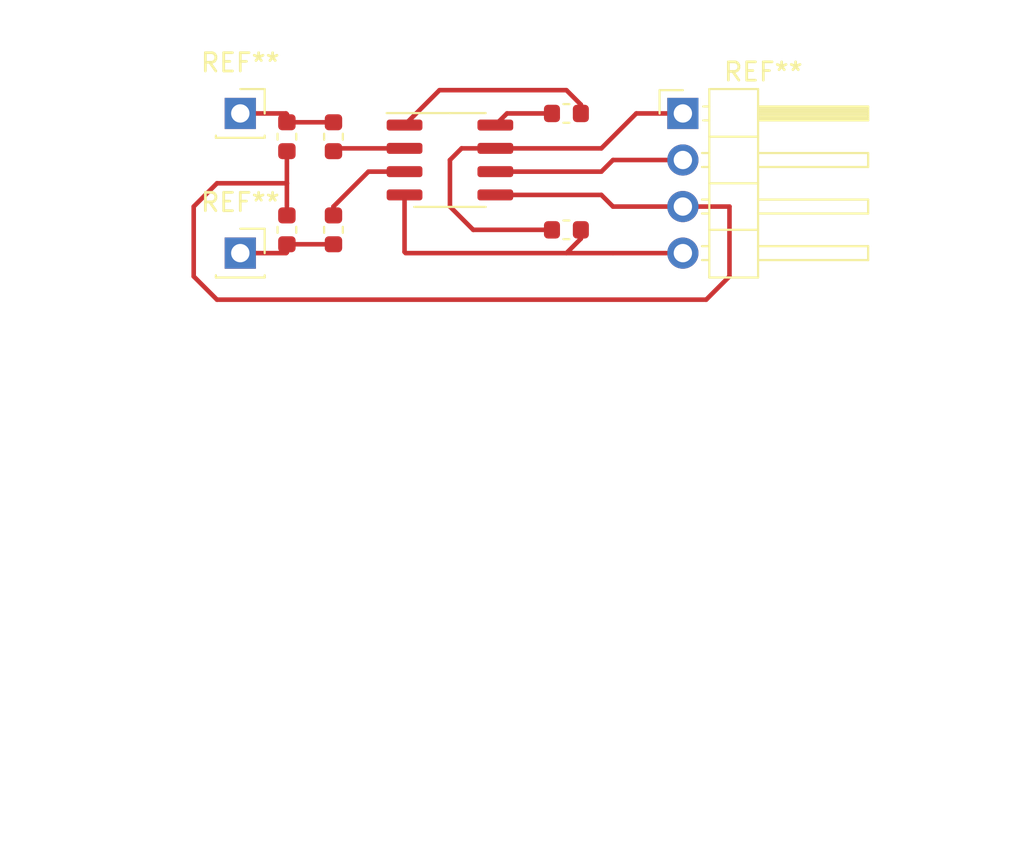
<source format=kicad_pcb>
(kicad_pcb (version 20171130) (host pcbnew 5.1.5+dfsg1-2build2)

  (general
    (thickness 1.6)
    (drawings 0)
    (tracks 51)
    (zones 0)
    (modules 11)
    (nets 1)
  )

  (page A4)
  (layers
    (0 F.Cu signal)
    (31 B.Cu signal)
    (32 B.Adhes user)
    (33 F.Adhes user)
    (34 B.Paste user)
    (35 F.Paste user)
    (36 B.SilkS user)
    (37 F.SilkS user)
    (38 B.Mask user)
    (39 F.Mask user)
    (40 Dwgs.User user)
    (41 Cmts.User user)
    (42 Eco1.User user)
    (43 Eco2.User user)
    (44 Edge.Cuts user)
    (45 Margin user)
    (46 B.CrtYd user)
    (47 F.CrtYd user)
    (48 B.Fab user)
    (49 F.Fab user)
  )

  (setup
    (last_trace_width 0.25)
    (trace_clearance 0.2)
    (zone_clearance 0.508)
    (zone_45_only no)
    (trace_min 0.2)
    (via_size 0.8)
    (via_drill 0.4)
    (via_min_size 0.4)
    (via_min_drill 0.3)
    (uvia_size 0.3)
    (uvia_drill 0.1)
    (uvias_allowed no)
    (uvia_min_size 0.2)
    (uvia_min_drill 0.1)
    (edge_width 0.1)
    (segment_width 0.2)
    (pcb_text_width 0.3)
    (pcb_text_size 1.5 1.5)
    (mod_edge_width 0.15)
    (mod_text_size 1 1)
    (mod_text_width 0.15)
    (pad_size 1.524 1.524)
    (pad_drill 0.762)
    (pad_to_mask_clearance 0)
    (aux_axis_origin 0 0)
    (visible_elements FFFFEF7F)
    (pcbplotparams
      (layerselection 0x010fc_ffffffff)
      (usegerberextensions false)
      (usegerberattributes false)
      (usegerberadvancedattributes false)
      (creategerberjobfile false)
      (excludeedgelayer true)
      (linewidth 0.100000)
      (plotframeref false)
      (viasonmask false)
      (mode 1)
      (useauxorigin false)
      (hpglpennumber 1)
      (hpglpenspeed 20)
      (hpglpendiameter 15.000000)
      (psnegative false)
      (psa4output false)
      (plotreference true)
      (plotvalue true)
      (plotinvisibletext false)
      (padsonsilk false)
      (subtractmaskfromsilk false)
      (outputformat 1)
      (mirror false)
      (drillshape 1)
      (scaleselection 1)
      (outputdirectory ""))
  )

  (net 0 "")

  (net_class Default "This is the default net class."
    (clearance 0.2)
    (trace_width 0.25)
    (via_dia 0.8)
    (via_drill 0.4)
    (uvia_dia 0.3)
    (uvia_drill 0.1)
  )

  (module Connector_PinSocket_2.54mm:PinSocket_1x01_P2.54mm_Vertical (layer F.Cu) (tedit 5A19A434) (tstamp 608C0386)
    (at 15.24 21.59)
    (descr "Through hole straight socket strip, 1x01, 2.54mm pitch, single row (from Kicad 4.0.7), script generated")
    (tags "Through hole socket strip THT 1x01 2.54mm single row")
    (fp_text reference REF** (at 0 -2.77) (layer F.SilkS)
      (effects (font (size 1 1) (thickness 0.15)))
    )
    (fp_text value PinSocket_1x01_P2.54mm_Vertical (at 0 2.77) (layer F.Fab)
      (effects (font (size 1 1) (thickness 0.15)))
    )
    (fp_line (start -1.27 -1.27) (end 0.635 -1.27) (layer F.Fab) (width 0.1))
    (fp_line (start 0.635 -1.27) (end 1.27 -0.635) (layer F.Fab) (width 0.1))
    (fp_line (start 1.27 -0.635) (end 1.27 1.27) (layer F.Fab) (width 0.1))
    (fp_line (start 1.27 1.27) (end -1.27 1.27) (layer F.Fab) (width 0.1))
    (fp_line (start -1.27 1.27) (end -1.27 -1.27) (layer F.Fab) (width 0.1))
    (fp_line (start -1.33 1.33) (end 1.33 1.33) (layer F.SilkS) (width 0.12))
    (fp_line (start -1.33 1.21) (end -1.33 1.33) (layer F.SilkS) (width 0.12))
    (fp_line (start 1.33 1.21) (end 1.33 1.33) (layer F.SilkS) (width 0.12))
    (fp_line (start 1.33 -1.33) (end 1.33 0) (layer F.SilkS) (width 0.12))
    (fp_line (start 0 -1.33) (end 1.33 -1.33) (layer F.SilkS) (width 0.12))
    (fp_line (start -1.8 -1.8) (end 1.75 -1.8) (layer F.CrtYd) (width 0.05))
    (fp_line (start 1.75 -1.8) (end 1.75 1.75) (layer F.CrtYd) (width 0.05))
    (fp_line (start 1.75 1.75) (end -1.8 1.75) (layer F.CrtYd) (width 0.05))
    (fp_line (start -1.8 1.75) (end -1.8 -1.8) (layer F.CrtYd) (width 0.05))
    (fp_text user %R (at 0 0) (layer F.Fab)
      (effects (font (size 1 1) (thickness 0.15)))
    )
    (pad 1 thru_hole rect (at 0 0) (size 1.7 1.7) (drill 1) (layers *.Cu *.Mask))
    (model ${KISYS3DMOD}/Connector_PinSocket_2.54mm.3dshapes/PinSocket_1x01_P2.54mm_Vertical.wrl
      (at (xyz 0 0 0))
      (scale (xyz 1 1 1))
      (rotate (xyz 0 0 0))
    )
  )

  (module Connector_PinSocket_2.54mm:PinSocket_1x01_P2.54mm_Vertical (layer F.Cu) (tedit 5A19A434) (tstamp 608C030C)
    (at 15.24 13.97)
    (descr "Through hole straight socket strip, 1x01, 2.54mm pitch, single row (from Kicad 4.0.7), script generated")
    (tags "Through hole socket strip THT 1x01 2.54mm single row")
    (fp_text reference REF** (at 0 -2.77) (layer F.SilkS)
      (effects (font (size 1 1) (thickness 0.15)))
    )
    (fp_text value PinSocket_1x01_P2.54mm_Vertical (at 0 2.77) (layer F.Fab)
      (effects (font (size 1 1) (thickness 0.15)))
    )
    (fp_text user %R (at 0 0) (layer F.Fab)
      (effects (font (size 1 1) (thickness 0.15)))
    )
    (fp_line (start -1.8 1.75) (end -1.8 -1.8) (layer F.CrtYd) (width 0.05))
    (fp_line (start 1.75 1.75) (end -1.8 1.75) (layer F.CrtYd) (width 0.05))
    (fp_line (start 1.75 -1.8) (end 1.75 1.75) (layer F.CrtYd) (width 0.05))
    (fp_line (start -1.8 -1.8) (end 1.75 -1.8) (layer F.CrtYd) (width 0.05))
    (fp_line (start 0 -1.33) (end 1.33 -1.33) (layer F.SilkS) (width 0.12))
    (fp_line (start 1.33 -1.33) (end 1.33 0) (layer F.SilkS) (width 0.12))
    (fp_line (start 1.33 1.21) (end 1.33 1.33) (layer F.SilkS) (width 0.12))
    (fp_line (start -1.33 1.21) (end -1.33 1.33) (layer F.SilkS) (width 0.12))
    (fp_line (start -1.33 1.33) (end 1.33 1.33) (layer F.SilkS) (width 0.12))
    (fp_line (start -1.27 1.27) (end -1.27 -1.27) (layer F.Fab) (width 0.1))
    (fp_line (start 1.27 1.27) (end -1.27 1.27) (layer F.Fab) (width 0.1))
    (fp_line (start 1.27 -0.635) (end 1.27 1.27) (layer F.Fab) (width 0.1))
    (fp_line (start 0.635 -1.27) (end 1.27 -0.635) (layer F.Fab) (width 0.1))
    (fp_line (start -1.27 -1.27) (end 0.635 -1.27) (layer F.Fab) (width 0.1))
    (pad 1 thru_hole rect (at 0 0) (size 1.7 1.7) (drill 1) (layers *.Cu *.Mask))
    (model ${KISYS3DMOD}/Connector_PinSocket_2.54mm.3dshapes/PinSocket_1x01_P2.54mm_Vertical.wrl
      (at (xyz 0 0 0))
      (scale (xyz 1 1 1))
      (rotate (xyz 0 0 0))
    )
  )

  (module Connector_PinHeader_2.54mm:PinHeader_1x04_P2.54mm_Horizontal (layer F.Cu) (tedit 59FED5CB) (tstamp 608C01A6)
    (at 39.37 13.97)
    (descr "Through hole angled pin header, 1x04, 2.54mm pitch, 6mm pin length, single row")
    (tags "Through hole angled pin header THT 1x04 2.54mm single row")
    (fp_text reference REF** (at 4.385 -2.27) (layer F.SilkS)
      (effects (font (size 1 1) (thickness 0.15)))
    )
    (fp_text value PinHeader_1x04_P2.54mm_Horizontal (at 4.385 9.89) (layer F.Fab)
      (effects (font (size 1 1) (thickness 0.15)))
    )
    (fp_text user %R (at 2.77 3.81 90) (layer F.Fab)
      (effects (font (size 1 1) (thickness 0.15)))
    )
    (fp_line (start 10.55 -1.8) (end -1.8 -1.8) (layer F.CrtYd) (width 0.05))
    (fp_line (start 10.55 9.4) (end 10.55 -1.8) (layer F.CrtYd) (width 0.05))
    (fp_line (start -1.8 9.4) (end 10.55 9.4) (layer F.CrtYd) (width 0.05))
    (fp_line (start -1.8 -1.8) (end -1.8 9.4) (layer F.CrtYd) (width 0.05))
    (fp_line (start -1.27 -1.27) (end 0 -1.27) (layer F.SilkS) (width 0.12))
    (fp_line (start -1.27 0) (end -1.27 -1.27) (layer F.SilkS) (width 0.12))
    (fp_line (start 1.042929 8) (end 1.44 8) (layer F.SilkS) (width 0.12))
    (fp_line (start 1.042929 7.24) (end 1.44 7.24) (layer F.SilkS) (width 0.12))
    (fp_line (start 10.1 8) (end 4.1 8) (layer F.SilkS) (width 0.12))
    (fp_line (start 10.1 7.24) (end 10.1 8) (layer F.SilkS) (width 0.12))
    (fp_line (start 4.1 7.24) (end 10.1 7.24) (layer F.SilkS) (width 0.12))
    (fp_line (start 1.44 6.35) (end 4.1 6.35) (layer F.SilkS) (width 0.12))
    (fp_line (start 1.042929 5.46) (end 1.44 5.46) (layer F.SilkS) (width 0.12))
    (fp_line (start 1.042929 4.7) (end 1.44 4.7) (layer F.SilkS) (width 0.12))
    (fp_line (start 10.1 5.46) (end 4.1 5.46) (layer F.SilkS) (width 0.12))
    (fp_line (start 10.1 4.7) (end 10.1 5.46) (layer F.SilkS) (width 0.12))
    (fp_line (start 4.1 4.7) (end 10.1 4.7) (layer F.SilkS) (width 0.12))
    (fp_line (start 1.44 3.81) (end 4.1 3.81) (layer F.SilkS) (width 0.12))
    (fp_line (start 1.042929 2.92) (end 1.44 2.92) (layer F.SilkS) (width 0.12))
    (fp_line (start 1.042929 2.16) (end 1.44 2.16) (layer F.SilkS) (width 0.12))
    (fp_line (start 10.1 2.92) (end 4.1 2.92) (layer F.SilkS) (width 0.12))
    (fp_line (start 10.1 2.16) (end 10.1 2.92) (layer F.SilkS) (width 0.12))
    (fp_line (start 4.1 2.16) (end 10.1 2.16) (layer F.SilkS) (width 0.12))
    (fp_line (start 1.44 1.27) (end 4.1 1.27) (layer F.SilkS) (width 0.12))
    (fp_line (start 1.11 0.38) (end 1.44 0.38) (layer F.SilkS) (width 0.12))
    (fp_line (start 1.11 -0.38) (end 1.44 -0.38) (layer F.SilkS) (width 0.12))
    (fp_line (start 4.1 0.28) (end 10.1 0.28) (layer F.SilkS) (width 0.12))
    (fp_line (start 4.1 0.16) (end 10.1 0.16) (layer F.SilkS) (width 0.12))
    (fp_line (start 4.1 0.04) (end 10.1 0.04) (layer F.SilkS) (width 0.12))
    (fp_line (start 4.1 -0.08) (end 10.1 -0.08) (layer F.SilkS) (width 0.12))
    (fp_line (start 4.1 -0.2) (end 10.1 -0.2) (layer F.SilkS) (width 0.12))
    (fp_line (start 4.1 -0.32) (end 10.1 -0.32) (layer F.SilkS) (width 0.12))
    (fp_line (start 10.1 0.38) (end 4.1 0.38) (layer F.SilkS) (width 0.12))
    (fp_line (start 10.1 -0.38) (end 10.1 0.38) (layer F.SilkS) (width 0.12))
    (fp_line (start 4.1 -0.38) (end 10.1 -0.38) (layer F.SilkS) (width 0.12))
    (fp_line (start 4.1 -1.33) (end 1.44 -1.33) (layer F.SilkS) (width 0.12))
    (fp_line (start 4.1 8.95) (end 4.1 -1.33) (layer F.SilkS) (width 0.12))
    (fp_line (start 1.44 8.95) (end 4.1 8.95) (layer F.SilkS) (width 0.12))
    (fp_line (start 1.44 -1.33) (end 1.44 8.95) (layer F.SilkS) (width 0.12))
    (fp_line (start 4.04 7.94) (end 10.04 7.94) (layer F.Fab) (width 0.1))
    (fp_line (start 10.04 7.3) (end 10.04 7.94) (layer F.Fab) (width 0.1))
    (fp_line (start 4.04 7.3) (end 10.04 7.3) (layer F.Fab) (width 0.1))
    (fp_line (start -0.32 7.94) (end 1.5 7.94) (layer F.Fab) (width 0.1))
    (fp_line (start -0.32 7.3) (end -0.32 7.94) (layer F.Fab) (width 0.1))
    (fp_line (start -0.32 7.3) (end 1.5 7.3) (layer F.Fab) (width 0.1))
    (fp_line (start 4.04 5.4) (end 10.04 5.4) (layer F.Fab) (width 0.1))
    (fp_line (start 10.04 4.76) (end 10.04 5.4) (layer F.Fab) (width 0.1))
    (fp_line (start 4.04 4.76) (end 10.04 4.76) (layer F.Fab) (width 0.1))
    (fp_line (start -0.32 5.4) (end 1.5 5.4) (layer F.Fab) (width 0.1))
    (fp_line (start -0.32 4.76) (end -0.32 5.4) (layer F.Fab) (width 0.1))
    (fp_line (start -0.32 4.76) (end 1.5 4.76) (layer F.Fab) (width 0.1))
    (fp_line (start 4.04 2.86) (end 10.04 2.86) (layer F.Fab) (width 0.1))
    (fp_line (start 10.04 2.22) (end 10.04 2.86) (layer F.Fab) (width 0.1))
    (fp_line (start 4.04 2.22) (end 10.04 2.22) (layer F.Fab) (width 0.1))
    (fp_line (start -0.32 2.86) (end 1.5 2.86) (layer F.Fab) (width 0.1))
    (fp_line (start -0.32 2.22) (end -0.32 2.86) (layer F.Fab) (width 0.1))
    (fp_line (start -0.32 2.22) (end 1.5 2.22) (layer F.Fab) (width 0.1))
    (fp_line (start 4.04 0.32) (end 10.04 0.32) (layer F.Fab) (width 0.1))
    (fp_line (start 10.04 -0.32) (end 10.04 0.32) (layer F.Fab) (width 0.1))
    (fp_line (start 4.04 -0.32) (end 10.04 -0.32) (layer F.Fab) (width 0.1))
    (fp_line (start -0.32 0.32) (end 1.5 0.32) (layer F.Fab) (width 0.1))
    (fp_line (start -0.32 -0.32) (end -0.32 0.32) (layer F.Fab) (width 0.1))
    (fp_line (start -0.32 -0.32) (end 1.5 -0.32) (layer F.Fab) (width 0.1))
    (fp_line (start 1.5 -0.635) (end 2.135 -1.27) (layer F.Fab) (width 0.1))
    (fp_line (start 1.5 8.89) (end 1.5 -0.635) (layer F.Fab) (width 0.1))
    (fp_line (start 4.04 8.89) (end 1.5 8.89) (layer F.Fab) (width 0.1))
    (fp_line (start 4.04 -1.27) (end 4.04 8.89) (layer F.Fab) (width 0.1))
    (fp_line (start 2.135 -1.27) (end 4.04 -1.27) (layer F.Fab) (width 0.1))
    (pad 4 thru_hole oval (at 0 7.62) (size 1.7 1.7) (drill 1) (layers *.Cu *.Mask))
    (pad 3 thru_hole oval (at 0 5.08) (size 1.7 1.7) (drill 1) (layers *.Cu *.Mask))
    (pad 2 thru_hole oval (at 0 2.54) (size 1.7 1.7) (drill 1) (layers *.Cu *.Mask))
    (pad 1 thru_hole rect (at 0 0) (size 1.7 1.7) (drill 1) (layers *.Cu *.Mask))
    (model ${KISYS3DMOD}/Connector_PinHeader_2.54mm.3dshapes/PinHeader_1x04_P2.54mm_Horizontal.wrl
      (at (xyz 0 0 0))
      (scale (xyz 1 1 1))
      (rotate (xyz 0 0 0))
    )
  )

  (module Resistor_SMD:R_0603_1608Metric (layer F.Cu) (tedit 5B301BBD) (tstamp 608BDF4B)
    (at 33.02 20.32 180)
    (descr "Resistor SMD 0603 (1608 Metric), square (rectangular) end terminal, IPC_7351 nominal, (Body size source: http://www.tortai-tech.com/upload/download/2011102023233369053.pdf), generated with kicad-footprint-generator")
    (tags resistor)
    (attr smd)
    (fp_text reference REF** (at 0 -1.43) (layer F.SilkS) hide
      (effects (font (size 1 1) (thickness 0.15)))
    )
    (fp_text value R_0603_1608Metric (at 0 1.43) (layer F.Fab)
      (effects (font (size 1 1) (thickness 0.15)))
    )
    (fp_line (start -0.8 0.4) (end -0.8 -0.4) (layer F.Fab) (width 0.1))
    (fp_line (start -0.8 -0.4) (end 0.8 -0.4) (layer F.Fab) (width 0.1))
    (fp_line (start 0.8 -0.4) (end 0.8 0.4) (layer F.Fab) (width 0.1))
    (fp_line (start 0.8 0.4) (end -0.8 0.4) (layer F.Fab) (width 0.1))
    (fp_line (start -0.162779 -0.51) (end 0.162779 -0.51) (layer F.SilkS) (width 0.12))
    (fp_line (start -0.162779 0.51) (end 0.162779 0.51) (layer F.SilkS) (width 0.12))
    (fp_line (start -1.48 0.73) (end -1.48 -0.73) (layer F.CrtYd) (width 0.05))
    (fp_line (start -1.48 -0.73) (end 1.48 -0.73) (layer F.CrtYd) (width 0.05))
    (fp_line (start 1.48 -0.73) (end 1.48 0.73) (layer F.CrtYd) (width 0.05))
    (fp_line (start 1.48 0.73) (end -1.48 0.73) (layer F.CrtYd) (width 0.05))
    (fp_text user %R (at 0 0) (layer F.Fab)
      (effects (font (size 0.4 0.4) (thickness 0.06)))
    )
    (pad 1 smd roundrect (at -0.7875 0 180) (size 0.875 0.95) (layers F.Cu F.Paste F.Mask) (roundrect_rratio 0.25))
    (pad 2 smd roundrect (at 0.7875 0 180) (size 0.875 0.95) (layers F.Cu F.Paste F.Mask) (roundrect_rratio 0.25))
    (model ${KISYS3DMOD}/Resistor_SMD.3dshapes/R_0603_1608Metric.wrl
      (at (xyz 0 0 0))
      (scale (xyz 1 1 1))
      (rotate (xyz 0 0 0))
    )
  )

  (module Resistor_SMD:R_0603_1608Metric (layer F.Cu) (tedit 5B301BBD) (tstamp 608BDF4B)
    (at 33.02 13.97 180)
    (descr "Resistor SMD 0603 (1608 Metric), square (rectangular) end terminal, IPC_7351 nominal, (Body size source: http://www.tortai-tech.com/upload/download/2011102023233369053.pdf), generated with kicad-footprint-generator")
    (tags resistor)
    (attr smd)
    (fp_text reference REF** (at 0 -1.43) (layer F.SilkS) hide
      (effects (font (size 1 1) (thickness 0.15)))
    )
    (fp_text value R_0603_1608Metric (at 0 1.43) (layer F.Fab)
      (effects (font (size 1 1) (thickness 0.15)))
    )
    (fp_line (start -0.8 0.4) (end -0.8 -0.4) (layer F.Fab) (width 0.1))
    (fp_line (start -0.8 -0.4) (end 0.8 -0.4) (layer F.Fab) (width 0.1))
    (fp_line (start 0.8 -0.4) (end 0.8 0.4) (layer F.Fab) (width 0.1))
    (fp_line (start 0.8 0.4) (end -0.8 0.4) (layer F.Fab) (width 0.1))
    (fp_line (start -0.162779 -0.51) (end 0.162779 -0.51) (layer F.SilkS) (width 0.12))
    (fp_line (start -0.162779 0.51) (end 0.162779 0.51) (layer F.SilkS) (width 0.12))
    (fp_line (start -1.48 0.73) (end -1.48 -0.73) (layer F.CrtYd) (width 0.05))
    (fp_line (start -1.48 -0.73) (end 1.48 -0.73) (layer F.CrtYd) (width 0.05))
    (fp_line (start 1.48 -0.73) (end 1.48 0.73) (layer F.CrtYd) (width 0.05))
    (fp_line (start 1.48 0.73) (end -1.48 0.73) (layer F.CrtYd) (width 0.05))
    (fp_text user %R (at 0 0) (layer F.Fab)
      (effects (font (size 0.4 0.4) (thickness 0.06)))
    )
    (pad 1 smd roundrect (at -0.7875 0 180) (size 0.875 0.95) (layers F.Cu F.Paste F.Mask) (roundrect_rratio 0.25))
    (pad 2 smd roundrect (at 0.7875 0 180) (size 0.875 0.95) (layers F.Cu F.Paste F.Mask) (roundrect_rratio 0.25))
    (model ${KISYS3DMOD}/Resistor_SMD.3dshapes/R_0603_1608Metric.wrl
      (at (xyz 0 0 0))
      (scale (xyz 1 1 1))
      (rotate (xyz 0 0 0))
    )
  )

  (module Package_SO:SOIC-8_3.9x4.9mm_P1.27mm (layer F.Cu) (tedit 5D9F72B1) (tstamp 608BEAC0)
    (at 26.67 16.51)
    (descr "SOIC, 8 Pin (JEDEC MS-012AA, https://www.analog.com/media/en/package-pcb-resources/package/pkg_pdf/soic_narrow-r/r_8.pdf), generated with kicad-footprint-generator ipc_gullwing_generator.py")
    (tags "SOIC SO")
    (attr smd)
    (fp_text reference REF** (at 0 -3.4) (layer F.SilkS) hide
      (effects (font (size 1 1) (thickness 0.15)))
    )
    (fp_text value SOIC-8_3.9x4.9mm_P1.27mm (at 0 3.4) (layer F.Fab)
      (effects (font (size 1 1) (thickness 0.15)))
    )
    (fp_text user %R (at 0 0) (layer F.Fab)
      (effects (font (size 0.98 0.98) (thickness 0.15)))
    )
    (fp_line (start 3.7 -2.7) (end -3.7 -2.7) (layer F.CrtYd) (width 0.05))
    (fp_line (start 3.7 2.7) (end 3.7 -2.7) (layer F.CrtYd) (width 0.05))
    (fp_line (start -3.7 2.7) (end 3.7 2.7) (layer F.CrtYd) (width 0.05))
    (fp_line (start -3.7 -2.7) (end -3.7 2.7) (layer F.CrtYd) (width 0.05))
    (fp_line (start -1.95 -1.475) (end -0.975 -2.45) (layer F.Fab) (width 0.1))
    (fp_line (start -1.95 2.45) (end -1.95 -1.475) (layer F.Fab) (width 0.1))
    (fp_line (start 1.95 2.45) (end -1.95 2.45) (layer F.Fab) (width 0.1))
    (fp_line (start 1.95 -2.45) (end 1.95 2.45) (layer F.Fab) (width 0.1))
    (fp_line (start -0.975 -2.45) (end 1.95 -2.45) (layer F.Fab) (width 0.1))
    (fp_line (start 0 -2.56) (end -3.45 -2.56) (layer F.SilkS) (width 0.12))
    (fp_line (start 0 -2.56) (end 1.95 -2.56) (layer F.SilkS) (width 0.12))
    (fp_line (start 0 2.56) (end -1.95 2.56) (layer F.SilkS) (width 0.12))
    (fp_line (start 0 2.56) (end 1.95 2.56) (layer F.SilkS) (width 0.12))
    (pad 8 smd roundrect (at 2.475 -1.905) (size 1.95 0.6) (layers F.Cu F.Paste F.Mask) (roundrect_rratio 0.25))
    (pad 7 smd roundrect (at 2.475 -0.635) (size 1.95 0.6) (layers F.Cu F.Paste F.Mask) (roundrect_rratio 0.25))
    (pad 6 smd roundrect (at 2.475 0.635) (size 1.95 0.6) (layers F.Cu F.Paste F.Mask) (roundrect_rratio 0.25))
    (pad 5 smd roundrect (at 2.475 1.905) (size 1.95 0.6) (layers F.Cu F.Paste F.Mask) (roundrect_rratio 0.25))
    (pad 4 smd roundrect (at -2.475 1.905) (size 1.95 0.6) (layers F.Cu F.Paste F.Mask) (roundrect_rratio 0.25))
    (pad 3 smd roundrect (at -2.475 0.635) (size 1.95 0.6) (layers F.Cu F.Paste F.Mask) (roundrect_rratio 0.25))
    (pad 2 smd roundrect (at -2.475 -0.635) (size 1.95 0.6) (layers F.Cu F.Paste F.Mask) (roundrect_rratio 0.25))
    (pad 1 smd roundrect (at -2.475 -1.905) (size 1.95 0.6) (layers F.Cu F.Paste F.Mask) (roundrect_rratio 0.25))
    (model ${KISYS3DMOD}/Package_SO.3dshapes/SOIC-8_3.9x4.9mm_P1.27mm.wrl
      (at (xyz 0 0 0))
      (scale (xyz 1 1 1))
      (rotate (xyz 0 0 0))
    )
  )

  (module Capacitor_SMD:C_0603_1608Metric (layer F.Cu) (tedit 5B301BBE) (tstamp 608BDCD5)
    (at 20.32 20.32 90)
    (descr "Capacitor SMD 0603 (1608 Metric), square (rectangular) end terminal, IPC_7351 nominal, (Body size source: http://www.tortai-tech.com/upload/download/2011102023233369053.pdf), generated with kicad-footprint-generator")
    (tags capacitor)
    (attr smd)
    (fp_text reference REF** (at 0 -1.43 90) (layer F.SilkS) hide
      (effects (font (size 1 1) (thickness 0.15)))
    )
    (fp_text value C_0603_1608Metric (at 0 1.43 90) (layer F.Fab)
      (effects (font (size 1 1) (thickness 0.15)))
    )
    (fp_line (start -0.8 0.4) (end -0.8 -0.4) (layer F.Fab) (width 0.1))
    (fp_line (start -0.8 -0.4) (end 0.8 -0.4) (layer F.Fab) (width 0.1))
    (fp_line (start 0.8 -0.4) (end 0.8 0.4) (layer F.Fab) (width 0.1))
    (fp_line (start 0.8 0.4) (end -0.8 0.4) (layer F.Fab) (width 0.1))
    (fp_line (start -0.162779 -0.51) (end 0.162779 -0.51) (layer F.SilkS) (width 0.12))
    (fp_line (start -0.162779 0.51) (end 0.162779 0.51) (layer F.SilkS) (width 0.12))
    (fp_line (start -1.48 0.73) (end -1.48 -0.73) (layer F.CrtYd) (width 0.05))
    (fp_line (start -1.48 -0.73) (end 1.48 -0.73) (layer F.CrtYd) (width 0.05))
    (fp_line (start 1.48 -0.73) (end 1.48 0.73) (layer F.CrtYd) (width 0.05))
    (fp_line (start 1.48 0.73) (end -1.48 0.73) (layer F.CrtYd) (width 0.05))
    (fp_text user %R (at 0 0 90) (layer F.Fab)
      (effects (font (size 0.4 0.4) (thickness 0.06)))
    )
    (pad 1 smd roundrect (at -0.7875 0 90) (size 0.875 0.95) (layers F.Cu F.Paste F.Mask) (roundrect_rratio 0.25))
    (pad 2 smd roundrect (at 0.7875 0 90) (size 0.875 0.95) (layers F.Cu F.Paste F.Mask) (roundrect_rratio 0.25))
    (model ${KISYS3DMOD}/Capacitor_SMD.3dshapes/C_0603_1608Metric.wrl
      (at (xyz 0 0 0))
      (scale (xyz 1 1 1))
      (rotate (xyz 0 0 0))
    )
  )

  (module "" (layer F.Cu) (tedit 0) (tstamp 0)
    (at 25.4 29.21)
    (fp_text reference "" (at 25.4 25.4) (layer F.SilkS)
      (effects (font (size 1.27 1.27) (thickness 0.15)))
    )
    (fp_text value "" (at 25.4 25.4) (layer F.SilkS)
      (effects (font (size 1.27 1.27) (thickness 0.15)))
    )
    (fp_text user %R (at 25.4 25.4) (layer F.Fab)
      (effects (font (size 0.4 0.4) (thickness 0.06)))
    )
  )

  (module Capacitor_SMD:C_0603_1608Metric (layer F.Cu) (tedit 5B301BBE) (tstamp 608BDC70)
    (at 20.32 15.24 90)
    (descr "Capacitor SMD 0603 (1608 Metric), square (rectangular) end terminal, IPC_7351 nominal, (Body size source: http://www.tortai-tech.com/upload/download/2011102023233369053.pdf), generated with kicad-footprint-generator")
    (tags capacitor)
    (attr smd)
    (fp_text reference REF** (at 0 -1.43 90) (layer F.SilkS) hide
      (effects (font (size 1 1) (thickness 0.15)))
    )
    (fp_text value C_0603_1608Metric (at 0 1.43 90) (layer F.Fab)
      (effects (font (size 1 1) (thickness 0.15)))
    )
    (fp_text user %R (at 0 0 90) (layer F.Fab)
      (effects (font (size 0.4 0.4) (thickness 0.06)))
    )
    (fp_line (start 1.48 0.73) (end -1.48 0.73) (layer F.CrtYd) (width 0.05))
    (fp_line (start 1.48 -0.73) (end 1.48 0.73) (layer F.CrtYd) (width 0.05))
    (fp_line (start -1.48 -0.73) (end 1.48 -0.73) (layer F.CrtYd) (width 0.05))
    (fp_line (start -1.48 0.73) (end -1.48 -0.73) (layer F.CrtYd) (width 0.05))
    (fp_line (start -0.162779 0.51) (end 0.162779 0.51) (layer F.SilkS) (width 0.12))
    (fp_line (start -0.162779 -0.51) (end 0.162779 -0.51) (layer F.SilkS) (width 0.12))
    (fp_line (start 0.8 0.4) (end -0.8 0.4) (layer F.Fab) (width 0.1))
    (fp_line (start 0.8 -0.4) (end 0.8 0.4) (layer F.Fab) (width 0.1))
    (fp_line (start -0.8 -0.4) (end 0.8 -0.4) (layer F.Fab) (width 0.1))
    (fp_line (start -0.8 0.4) (end -0.8 -0.4) (layer F.Fab) (width 0.1))
    (pad 2 smd roundrect (at 0.7875 0 90) (size 0.875 0.95) (layers F.Cu F.Paste F.Mask) (roundrect_rratio 0.25))
    (pad 1 smd roundrect (at -0.7875 0 90) (size 0.875 0.95) (layers F.Cu F.Paste F.Mask) (roundrect_rratio 0.25))
    (model ${KISYS3DMOD}/Capacitor_SMD.3dshapes/C_0603_1608Metric.wrl
      (at (xyz 0 0 0))
      (scale (xyz 1 1 1))
      (rotate (xyz 0 0 0))
    )
  )

  (module Resistor_SMD:R_0603_1608Metric (layer F.Cu) (tedit 5B301BBD) (tstamp 608BD76E)
    (at 17.78 20.32 90)
    (descr "Resistor SMD 0603 (1608 Metric), square (rectangular) end terminal, IPC_7351 nominal, (Body size source: http://www.tortai-tech.com/upload/download/2011102023233369053.pdf), generated with kicad-footprint-generator")
    (tags resistor)
    (attr smd)
    (fp_text reference REF** (at 0 -1.43 90) (layer F.SilkS) hide
      (effects (font (size 1 1) (thickness 0.15)))
    )
    (fp_text value R_0603_1608Metric (at 0 1.43 90) (layer F.Fab)
      (effects (font (size 1 1) (thickness 0.15)))
    )
    (fp_line (start -0.8 0.4) (end -0.8 -0.4) (layer F.Fab) (width 0.1))
    (fp_line (start -0.8 -0.4) (end 0.8 -0.4) (layer F.Fab) (width 0.1))
    (fp_line (start 0.8 -0.4) (end 0.8 0.4) (layer F.Fab) (width 0.1))
    (fp_line (start 0.8 0.4) (end -0.8 0.4) (layer F.Fab) (width 0.1))
    (fp_line (start -0.162779 -0.51) (end 0.162779 -0.51) (layer F.SilkS) (width 0.12))
    (fp_line (start -0.162779 0.51) (end 0.162779 0.51) (layer F.SilkS) (width 0.12))
    (fp_line (start -1.48 0.73) (end -1.48 -0.73) (layer F.CrtYd) (width 0.05))
    (fp_line (start -1.48 -0.73) (end 1.48 -0.73) (layer F.CrtYd) (width 0.05))
    (fp_line (start 1.48 -0.73) (end 1.48 0.73) (layer F.CrtYd) (width 0.05))
    (fp_line (start 1.48 0.73) (end -1.48 0.73) (layer F.CrtYd) (width 0.05))
    (fp_text user %R (at 0 0 90) (layer F.Fab)
      (effects (font (size 0.4 0.4) (thickness 0.06)))
    )
    (pad 1 smd roundrect (at -0.7875 0 90) (size 0.875 0.95) (layers F.Cu F.Paste F.Mask) (roundrect_rratio 0.25))
    (pad 2 smd roundrect (at 0.7875 0 90) (size 0.875 0.95) (layers F.Cu F.Paste F.Mask) (roundrect_rratio 0.25))
    (model ${KISYS3DMOD}/Resistor_SMD.3dshapes/R_0603_1608Metric.wrl
      (at (xyz 0 0 0))
      (scale (xyz 1 1 1))
      (rotate (xyz 0 0 0))
    )
  )

  (module Resistor_SMD:R_0603_1608Metric (layer F.Cu) (tedit 5B301BBD) (tstamp 608BD74D)
    (at 17.78 15.24 90)
    (descr "Resistor SMD 0603 (1608 Metric), square (rectangular) end terminal, IPC_7351 nominal, (Body size source: http://www.tortai-tech.com/upload/download/2011102023233369053.pdf), generated with kicad-footprint-generator")
    (tags resistor)
    (attr smd)
    (fp_text reference REF** (at 0 -1.43 90) (layer F.SilkS) hide
      (effects (font (size 1 1) (thickness 0.15)))
    )
    (fp_text value R_0603_1608Metric (at 0 1.43 90) (layer F.Fab)
      (effects (font (size 1 1) (thickness 0.15)))
    )
    (fp_text user %R (at 0 0 90) (layer F.Fab)
      (effects (font (size 0.4 0.4) (thickness 0.06)))
    )
    (fp_line (start 1.48 0.73) (end -1.48 0.73) (layer F.CrtYd) (width 0.05))
    (fp_line (start 1.48 -0.73) (end 1.48 0.73) (layer F.CrtYd) (width 0.05))
    (fp_line (start -1.48 -0.73) (end 1.48 -0.73) (layer F.CrtYd) (width 0.05))
    (fp_line (start -1.48 0.73) (end -1.48 -0.73) (layer F.CrtYd) (width 0.05))
    (fp_line (start -0.162779 0.51) (end 0.162779 0.51) (layer F.SilkS) (width 0.12))
    (fp_line (start -0.162779 -0.51) (end 0.162779 -0.51) (layer F.SilkS) (width 0.12))
    (fp_line (start 0.8 0.4) (end -0.8 0.4) (layer F.Fab) (width 0.1))
    (fp_line (start 0.8 -0.4) (end 0.8 0.4) (layer F.Fab) (width 0.1))
    (fp_line (start -0.8 -0.4) (end 0.8 -0.4) (layer F.Fab) (width 0.1))
    (fp_line (start -0.8 0.4) (end -0.8 -0.4) (layer F.Fab) (width 0.1))
    (pad 2 smd roundrect (at 0.7875 0 90) (size 0.875 0.95) (layers F.Cu F.Paste F.Mask) (roundrect_rratio 0.25))
    (pad 1 smd roundrect (at -0.7875 0 90) (size 0.875 0.95) (layers F.Cu F.Paste F.Mask) (roundrect_rratio 0.25))
    (model ${KISYS3DMOD}/Resistor_SMD.3dshapes/R_0603_1608Metric.wrl
      (at (xyz 0 0 0))
      (scale (xyz 1 1 1))
      (rotate (xyz 0 0 0))
    )
  )

  (segment (start 17.78 16.0275) (end 17.78 17.78) (width 0.25) (layer F.Cu) (net 0))
  (segment (start 17.78 17.78) (end 17.78 17.78) (width 0.25) (layer F.Cu) (net 0))
  (segment (start 17.78 21.1075) (end 20.32 21.1075) (width 0.25) (layer F.Cu) (net 0))
  (segment (start 17.78 14.4525) (end 20.32 14.4525) (width 0.25) (layer F.Cu) (net 0))
  (segment (start 20.4725 15.875) (end 20.32 16.0275) (width 0.25) (layer F.Cu) (net 0))
  (segment (start 24.195 15.875) (end 20.4725 15.875) (width 0.25) (layer F.Cu) (net 0))
  (segment (start 20.32 19.5325) (end 20.32 19.05) (width 0.25) (layer F.Cu) (net 0))
  (segment (start 22.225 17.145) (end 24.195 17.145) (width 0.25) (layer F.Cu) (net 0))
  (segment (start 20.32 19.05) (end 22.225 17.145) (width 0.25) (layer F.Cu) (net 0))
  (segment (start 24.195 18.415) (end 24.195 21.525) (width 0.25) (layer F.Cu) (net 0))
  (segment (start 24.195 21.525) (end 24.26 21.59) (width 0.25) (layer F.Cu) (net 0))
  (segment (start 29.78 13.97) (end 29.145 14.605) (width 0.25) (layer F.Cu) (net 0))
  (segment (start 32.2325 13.97) (end 29.78 13.97) (width 0.25) (layer F.Cu) (net 0))
  (segment (start 33.8075 13.97) (end 33.8075 13.4875) (width 0.25) (layer F.Cu) (net 0))
  (segment (start 33.8075 13.4875) (end 33.02 12.7) (width 0.25) (layer F.Cu) (net 0))
  (segment (start 26.1 12.7) (end 24.195 14.605) (width 0.25) (layer F.Cu) (net 0))
  (segment (start 33.02 12.7) (end 26.1 12.7) (width 0.25) (layer F.Cu) (net 0))
  (segment (start 29.145 15.875) (end 27.305 15.875) (width 0.25) (layer F.Cu) (net 0))
  (segment (start 27.305 15.875) (end 26.67 16.51) (width 0.25) (layer F.Cu) (net 0))
  (segment (start 26.67 16.51) (end 26.67 19.05) (width 0.25) (layer F.Cu) (net 0))
  (segment (start 26.67 19.05) (end 27.94 20.32) (width 0.25) (layer F.Cu) (net 0))
  (segment (start 27.94 20.32) (end 32.2325 20.32) (width 0.25) (layer F.Cu) (net 0))
  (segment (start 33.8075 20.8025) (end 33.02 21.59) (width 0.25) (layer F.Cu) (net 0))
  (segment (start 33.8075 20.32) (end 33.8075 20.8025) (width 0.25) (layer F.Cu) (net 0))
  (segment (start 33.02 21.59) (end 35.56 21.59) (width 0.25) (layer F.Cu) (net 0))
  (segment (start 24.26 21.59) (end 33.02 21.59) (width 0.25) (layer F.Cu) (net 0))
  (segment (start 29.145 15.875) (end 34.925 15.875) (width 0.25) (layer F.Cu) (net 0))
  (segment (start 29.145 17.145) (end 34.925 17.145) (width 0.25) (layer F.Cu) (net 0))
  (segment (start 29.145 18.415) (end 34.925 18.415) (width 0.25) (layer F.Cu) (net 0))
  (segment (start 36.83 13.97) (end 39.37 13.97) (width 0.25) (layer F.Cu) (net 0))
  (segment (start 34.925 15.875) (end 36.83 13.97) (width 0.25) (layer F.Cu) (net 0))
  (segment (start 35.56 16.51) (end 39.37 16.51) (width 0.25) (layer F.Cu) (net 0))
  (segment (start 34.925 17.145) (end 35.56 16.51) (width 0.25) (layer F.Cu) (net 0))
  (segment (start 35.56 19.05) (end 39.37 19.05) (width 0.25) (layer F.Cu) (net 0))
  (segment (start 34.925 18.415) (end 35.56 19.05) (width 0.25) (layer F.Cu) (net 0))
  (segment (start 35.56 21.59) (end 39.37 21.59) (width 0.25) (layer F.Cu) (net 0))
  (segment (start 17.78 21.545) (end 17.78 21.1075) (width 0.25) (layer F.Cu) (net 0))
  (segment (start 17.735 21.59) (end 17.78 21.545) (width 0.25) (layer F.Cu) (net 0))
  (segment (start 15.24 21.59) (end 17.735 21.59) (width 0.25) (layer F.Cu) (net 0))
  (segment (start 17.78 14.015) (end 17.78 14.4525) (width 0.25) (layer F.Cu) (net 0))
  (segment (start 17.735 13.97) (end 17.78 14.015) (width 0.25) (layer F.Cu) (net 0))
  (segment (start 15.24 13.97) (end 17.735 13.97) (width 0.25) (layer F.Cu) (net 0))
  (segment (start 17.78 17.78) (end 17.78 19.05) (width 0.25) (layer F.Cu) (net 0) (tstamp 608C03FF))
  (segment (start 39.37 19.05) (end 41.91 19.05) (width 0.25) (layer F.Cu) (net 0))
  (segment (start 41.91 19.05) (end 41.91 22.86) (width 0.25) (layer F.Cu) (net 0))
  (segment (start 41.91 22.86) (end 40.64 24.13) (width 0.25) (layer F.Cu) (net 0))
  (segment (start 40.64 24.13) (end 13.97 24.13) (width 0.25) (layer F.Cu) (net 0))
  (segment (start 13.97 24.13) (end 12.7 22.86) (width 0.25) (layer F.Cu) (net 0))
  (segment (start 12.7 22.86) (end 12.7 19.05) (width 0.25) (layer F.Cu) (net 0))
  (segment (start 12.7 19.05) (end 13.97 17.78) (width 0.25) (layer F.Cu) (net 0))
  (segment (start 13.97 17.78) (end 17.78 17.78) (width 0.25) (layer F.Cu) (net 0))

)

</source>
